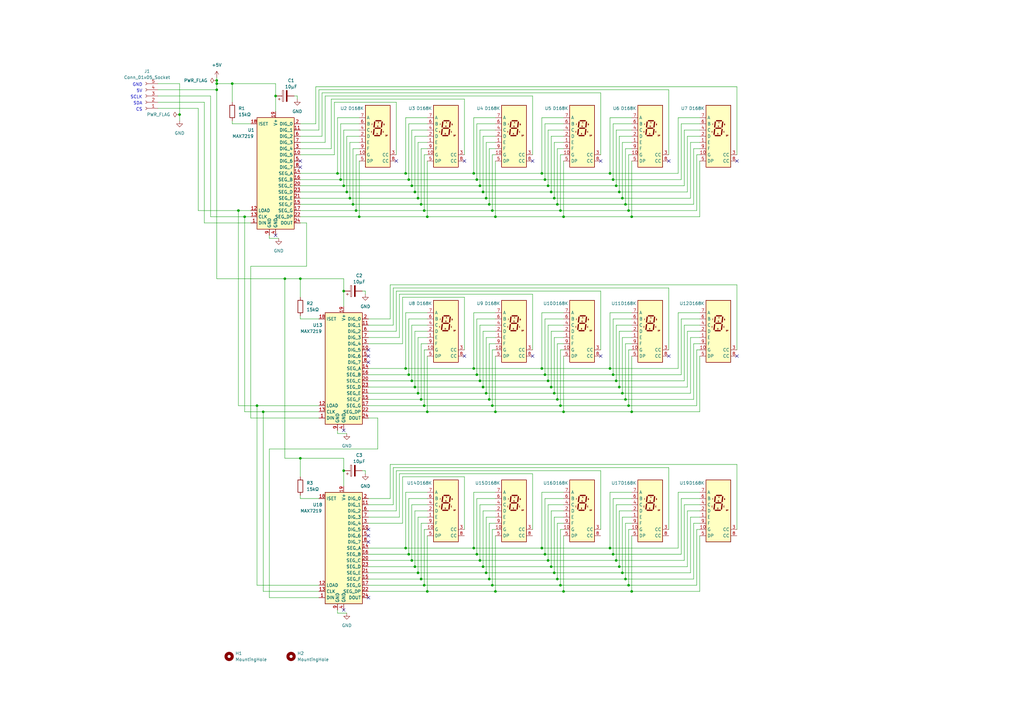
<source format=kicad_sch>
(kicad_sch (version 20230121) (generator eeschema)
  (paper "A3")
  (title_block (title "HTP!m CONTROL Numericals") (date "2023-10-08") (rev "1") (company "shawnd.xyz") (comment 2 "all the 7-segment displays and their data.") (comment 3 "The HTP!m CONTROL Numericals is a section of the HTP!m CONTROL display that handles"))
  (lib_symbols
    (symbol "Connector:Conn_01x05_Socket" (pin_names (offset 1.016) hide)
      (property "Reference" "J" (at 0 7.62 0))
      (property "Value" "Conn_01x05_Socket" (at 0 -7.62 0))
      (symbol "Conn_01x05_Socket_1_1"
        (pin passive line (at -5.08 5.08 0) (length 3.81) (name "Pin_1") (number "1"))
        (pin passive line (at -5.08 2.54 0) (length 3.81) (name "Pin_2") (number "2"))
        (pin passive line (at -5.08 0 0) (length 3.81) (name "Pin_3") (number "3"))
        (pin passive line (at -5.08 -2.54 0) (length 3.81) (name "Pin_4") (number "4"))
        (pin passive line (at -5.08 -5.08 0) (length 3.81) (name "Pin_5") (number "5"))
      )
    )
    (symbol "Device:C_Polarized" (pin_numbers hide) (pin_names (offset 0.254))
      (property "Reference" "C" (at 0.635 2.54 0))
      (property "Value" "C_Polarized" (at 0.635 -2.54 0))
      (symbol "C_Polarized_1_1"
        (pin passive line (at 0 3.81 270) (length 2.794) (name "~") (number "1"))
        (pin passive line (at 0 -3.81 90) (length 2.794) (name "~") (number "2"))
      )
    )
    (symbol "Device:R" (pin_numbers hide) (pin_names (offset 0))
      (property "Reference" "R" (at 2.032 0 90))
      (property "Value" "R" (at 0 0 90))
      (symbol "R_1_1"
        (pin passive line (at 0 3.81 270) (length 1.27) (name "~") (number "1"))
        (pin passive line (at 0 -3.81 90) (length 1.27) (name "~") (number "2"))
      )
    )
    (symbol "Display_Character:D168K"
      (property "Reference" "U" (at -2.54 13.97 0))
      (property "Value" "D168K" (at 1.27 13.97 0))
      (symbol "D168K_0_0"
        (text "A" (at 0.254 5.588 0) (effects (font (size 0.508 0.508))))
        (text "B" (at 2.54 4.826 0) (effects (font (size 0.508 0.508))))
        (text "C" (at 2.286 1.778 0) (effects (font (size 0.508 0.508))))
        (text "D" (at -0.254 1.016 0) (effects (font (size 0.508 0.508))))
        (text "DP" (at 3.556 0.254 0) (effects (font (size 0.508 0.508))))
        (text "E" (at -2.54 1.778 0) (effects (font (size 0.508 0.508))))
        (text "F" (at -2.286 4.826 0) (effects (font (size 0.508 0.508))))
        (text "G" (at 0 4.064 0) (effects (font (size 0.508 0.508))))
      )
      (symbol "D168K_1_1"
        (pin input line (at -7.62 -2.54 0) (length 2.54) (name "E") (number "1"))
        (pin input line (at -7.62 -7.62 0) (length 2.54) (name "G") (number "10"))
        (pin input line (at -7.62 0 0) (length 2.54) (name "D") (number "2"))
        (pin input line (at 7.62 -7.62 180) (length 2.54) (name "CC") (number "3"))
        (pin input line (at -7.62 2.54 0) (length 2.54) (name "C") (number "4"))
        (pin input line (at -7.62 -10.16 0) (length 2.54) (name "DP") (number "5"))
        (pin input line (at -7.62 5.08 0) (length 2.54) (name "B") (number "6"))
        (pin input line (at -7.62 7.62 0) (length 2.54) (name "A") (number "7"))
        (pin input line (at 7.62 -10.16 180) (length 2.54) (name "CC") (number "8"))
        (pin input line (at -7.62 -5.08 0) (length 2.54) (name "F") (number "9"))
      )
    )
    (symbol "Driver_LED:MAX7219"
      (property "Reference" "U18" (at -12.7 17.78 0))
      (property "Value" "MAX7219" (at -17.78 15.24 0))
      (symbol "MAX7219_1_1"
        (pin input line (at -10.16 -20.32 0) (length 2.54) (name "DIN") (number "1"))
        (pin output line (at 10.16 7.62 180) (length 2.54) (name "DIG_5") (number "10"))
        (pin output line (at 10.16 17.78 180) (length 2.54) (name "DIG_1") (number "11"))
        (pin input line (at -10.16 -15.24 0) (length 2.54) (name "LOAD") (number "12"))
        (pin input line (at -10.16 -17.78 0) (length 2.54) (name "CLK") (number "13"))
        (pin output line (at 10.16 0 180) (length 2.54) (name "SEG_A") (number "14"))
        (pin output line (at 10.16 -12.7 180) (length 2.54) (name "SEG_F") (number "15"))
        (pin output line (at 10.16 -2.54 180) (length 2.54) (name "SEG_B") (number "16"))
        (pin output line (at 10.16 -15.24 180) (length 2.54) (name "SEG_G") (number "17"))
        (pin input line (at -10.16 20.32 0) (length 2.54) (name "ISET") (number "18"))
        (pin power_in line (at 0 25.4 270) (length 2.54) (name "V+") (number "19"))
        (pin output line (at 10.16 20.32 180) (length 2.54) (name "DIG_0") (number "2"))
        (pin output line (at 10.16 -5.08 180) (length 2.54) (name "SEG_C") (number "20"))
        (pin output line (at 10.16 -10.16 180) (length 2.54) (name "SEG_E") (number "21"))
        (pin output line (at 10.16 -17.78 180) (length 2.54) (name "SEG_DP") (number "22"))
        (pin output line (at 10.16 -7.62 180) (length 2.54) (name "SEG_D") (number "23"))
        (pin output line (at 10.16 -20.32 180) (length 2.54) (name "DOUT") (number "24"))
        (pin output line (at 10.16 10.16 180) (length 2.54) (name "DIG_4") (number "3"))
        (pin power_in line (at 0 -25.4 90) (length 2.54) (name "GND") (number "4"))
        (pin output line (at 10.16 5.08 180) (length 2.54) (name "DIG_6") (number "5"))
        (pin output line (at 10.16 15.24 180) (length 2.54) (name "DIG_2") (number "6"))
        (pin output line (at 10.16 12.7 180) (length 2.54) (name "DIG_3") (number "7"))
        (pin output line (at 10.16 2.54 180) (length 2.54) (name "DIG_7") (number "8"))
        (pin passive line (at -2.54 -25.4 90) (length 2.54) (name "GND") (number "9"))
      )
    )
    (symbol "MAX7219_1"
      (property "Reference" "U1" (at -11.43 17.78 0))
      (property "Value" "MAX7219" (at -17.78 15.24 0))
      (symbol "MAX7219_1_1_1"
        (pin input line (at -10.16 -20.32 0) (length 2.54) (name "DIN") (number "1"))
        (pin output line (at 10.16 7.62 180) (length 2.54) (name "DIG_5") (number "10"))
        (pin output line (at 10.16 17.78 180) (length 2.54) (name "DIG_1") (number "11"))
        (pin input line (at -10.16 -15.24 0) (length 2.54) (name "LOAD") (number "12"))
        (pin input line (at -10.16 -17.78 0) (length 2.54) (name "CLK") (number "13"))
        (pin output line (at 10.16 0 180) (length 2.54) (name "SEG_A") (number "14"))
        (pin output line (at 10.16 -12.7 180) (length 2.54) (name "SEG_F") (number "15"))
        (pin output line (at 10.16 -2.54 180) (length 2.54) (name "SEG_B") (number "16"))
        (pin output line (at 10.16 -15.24 180) (length 2.54) (name "SEG_G") (number "17"))
        (pin input line (at -10.16 20.32 0) (length 2.54) (name "ISET") (number "18"))
        (pin power_in line (at 0 25.4 270) (length 2.54) (name "V+") (number "19"))
        (pin output line (at 10.16 20.32 180) (length 2.54) (name "DIG_0") (number "2"))
        (pin output line (at 10.16 -5.08 180) (length 2.54) (name "SEG_C") (number "20"))
        (pin output line (at 10.16 -10.16 180) (length 2.54) (name "SEG_E") (number "21"))
        (pin output line (at 10.16 -17.78 180) (length 2.54) (name "SEG_DP") (number "22"))
        (pin output line (at 10.16 -7.62 180) (length 2.54) (name "SEG_D") (number "23"))
        (pin output line (at 10.16 -20.32 180) (length 2.54) (name "DOUT") (number "24"))
        (pin output line (at 10.16 10.16 180) (length 2.54) (name "DIG_4") (number "3"))
        (pin power_in line (at 0 -25.4 90) (length 2.54) (name "GND") (number "4"))
        (pin output line (at 10.16 5.08 180) (length 2.54) (name "DIG_6") (number "5"))
        (pin output line (at 10.16 15.24 180) (length 2.54) (name "DIG_2") (number "6"))
        (pin output line (at 10.16 12.7 180) (length 2.54) (name "DIG_3") (number "7"))
        (pin output line (at 10.16 2.54 180) (length 2.54) (name "DIG_7") (number "8"))
        (pin passive line (at -2.54 -25.4 90) (length 2.54) (name "GND") (number "9"))
      )
    )
    (symbol "MAX7219_2"
      (property "Reference" "U13" (at -12.7 17.78 0))
      (property "Value" "MAX7219" (at -17.78 15.24 0))
      (symbol "MAX7219_2_1_1"
        (pin input line (at -10.16 -20.32 0) (length 2.54) (name "DIN") (number "1"))
        (pin output line (at 10.16 7.62 180) (length 2.54) (name "DIG_5") (number "10"))
        (pin output line (at 10.16 17.78 180) (length 2.54) (name "DIG_1") (number "11"))
        (pin input line (at -10.16 -15.24 0) (length 2.54) (name "LOAD") (number "12"))
        (pin input line (at -10.16 -17.78 0) (length 2.54) (name "CLK") (number "13"))
        (pin output line (at 10.16 0 180) (length 2.54) (name "SEG_A") (number "14"))
        (pin output line (at 10.16 -12.7 180) (length 2.54) (name "SEG_F") (number "15"))
        (pin output line (at 10.16 -2.54 180) (length 2.54) (name "SEG_B") (number "16"))
        (pin output line (at 10.16 -15.24 180) (length 2.54) (name "SEG_G") (number "17"))
        (pin input line (at -10.16 20.32 0) (length 2.54) (name "ISET") (number "18"))
        (pin power_in line (at 0 25.4 270) (length 2.54) (name "V+") (number "19"))
        (pin output line (at 10.16 20.32 180) (length 2.54) (name "DIG_0") (number "2"))
        (pin output line (at 10.16 -5.08 180) (length 2.54) (name "SEG_C") (number "20"))
        (pin output line (at 10.16 -10.16 180) (length 2.54) (name "SEG_E") (number "21"))
        (pin output line (at 10.16 -17.78 180) (length 2.54) (name "SEG_DP") (number "22"))
        (pin output line (at 10.16 -7.62 180) (length 2.54) (name "SEG_D") (number "23"))
        (pin output line (at 10.16 -20.32 180) (length 2.54) (name "DOUT") (number "24"))
        (pin output line (at 10.16 10.16 180) (length 2.54) (name "DIG_4") (number "3"))
        (pin power_in line (at 0 -25.4 90) (length 2.54) (name "GND") (number "4"))
        (pin output line (at 10.16 5.08 180) (length 2.54) (name "DIG_6") (number "5"))
        (pin output line (at 10.16 15.24 180) (length 2.54) (name "DIG_2") (number "6"))
        (pin output line (at 10.16 12.7 180) (length 2.54) (name "DIG_3") (number "7"))
        (pin output line (at 10.16 2.54 180) (length 2.54) (name "DIG_7") (number "8"))
        (pin passive line (at -2.54 -25.4 90) (length 2.54) (name "GND") (number "9"))
      )
    )
    (symbol "Mechanical:MountingHole" (pin_names (offset 1.016))
      (property "Reference" "H" (at 0 5.08 0))
      (property "Value" "MountingHole" (at 0 3.175 0))
    )
    (symbol "power:+5V" (power) (pin_names (offset 0))
      (property "Value" "+5V" (at 0 3.556 0))
      (symbol "+5V_1_1"
        (pin power_in line (at 0 0 90) (length 0) hide (name "+5V") (number "1"))
      )
    )
    (symbol "power:GND" (power) (pin_names (offset 0))
      (property "Value" "GND" (at 0 -3.81 0))
      (symbol "GND_1_1"
        (pin power_in line (at 0 0 270) (length 0) hide (name "GND") (number "1"))
      )
    )
    (symbol "power:PWR_FLAG" (power) (pin_numbers hide) (pin_names (offset 0) hide)
      (property "Value" "PWR_FLAG" (at 0 3.81 0))
      (symbol "PWR_FLAG_0_0"
        (pin power_out line (at 0 0 90) (length 0) (name "pwr") (number "1"))
      )
    )
  )
  (junction (at 195.58 73.66))
  (junction (at 167.64 227.33))
  (junction (at 231.14 168.91))
  (junction (at 228.6 237.49))
  (junction (at 257.81 166.37))
  (junction (at 140.97 119.38))
  (junction (at 259.08 242.57))
  (junction (at 175.26 168.91))
  (junction (at 224.79 76.2))
  (junction (at 105.41 166.37))
  (junction (at 250.19 71.12))
  (junction (at 107.95 168.91))
  (junction (at 250.19 151.13))
  (junction (at 194.31 71.12))
  (junction (at 199.39 234.95))
  (junction (at 113.03 39.37))
  (junction (at 172.72 163.83))
  (junction (at 203.2 88.9))
  (junction (at 116.84 114.3))
  (junction (at 168.91 156.21))
  (junction (at 171.45 234.95))
  (junction (at 140.97 193.04))
  (junction (at 259.08 168.91))
  (junction (at 139.7 73.66))
  (junction (at 229.87 240.03))
  (junction (at 196.85 156.21))
  (junction (at 123.19 114.3))
  (junction (at 143.51 81.28))
  (junction (at 259.08 88.9))
  (junction (at 229.87 166.37))
  (junction (at 173.99 240.03))
  (junction (at 173.99 166.37))
  (junction (at 203.2 168.91))
  (junction (at 147.32 88.9))
  (junction (at 224.79 156.21))
  (junction (at 228.6 83.82))
  (junction (at 224.79 229.87))
  (junction (at 257.81 240.03))
  (junction (at 203.2 242.57))
  (junction (at 166.37 151.13))
  (junction (at 168.91 229.87))
  (junction (at 198.12 232.41))
  (junction (at 231.14 242.57))
  (junction (at 227.33 161.29))
  (junction (at 252.73 229.87))
  (junction (at 199.39 81.28))
  (junction (at 226.06 158.75))
  (junction (at 198.12 78.74))
  (junction (at 88.9 34.29))
  (junction (at 140.97 76.2))
  (junction (at 123.19 187.96))
  (junction (at 167.64 73.66))
  (junction (at 138.43 71.12))
  (junction (at 223.52 153.67))
  (junction (at 251.46 227.33))
  (junction (at 173.99 86.36))
  (junction (at 256.54 163.83))
  (junction (at 222.25 151.13))
  (junction (at 251.46 73.66))
  (junction (at 222.25 224.79))
  (junction (at 195.58 227.33))
  (junction (at 200.66 237.49))
  (junction (at 255.27 234.95))
  (junction (at 254 78.74))
  (junction (at 223.52 227.33))
  (junction (at 252.73 156.21))
  (junction (at 250.19 224.79))
  (junction (at 168.91 76.2))
  (junction (at 201.93 166.37))
  (junction (at 100.33 88.9))
  (junction (at 88.9 33.02))
  (junction (at 172.72 237.49))
  (junction (at 171.45 161.29))
  (junction (at 73.66 46.99))
  (junction (at 201.93 86.36))
  (junction (at 142.24 78.74))
  (junction (at 195.58 153.67))
  (junction (at 171.45 81.28))
  (junction (at 175.26 88.9))
  (junction (at 199.39 161.29))
  (junction (at 251.46 153.67))
  (junction (at 166.37 71.12))
  (junction (at 97.79 86.36))
  (junction (at 172.72 83.82))
  (junction (at 226.06 232.41))
  (junction (at 170.18 232.41))
  (junction (at 231.14 88.9))
  (junction (at 254 232.41))
  (junction (at 167.64 153.67))
  (junction (at 166.37 224.79))
  (junction (at 228.6 163.83))
  (junction (at 146.05 86.36))
  (junction (at 222.25 71.12))
  (junction (at 229.87 86.36))
  (junction (at 196.85 76.2))
  (junction (at 194.31 224.79))
  (junction (at 196.85 229.87))
  (junction (at 256.54 83.82))
  (junction (at 255.27 161.29))
  (junction (at 255.27 81.28))
  (junction (at 170.18 158.75))
  (junction (at 227.33 234.95))
  (junction (at 88.9 36.83))
  (junction (at 252.73 76.2))
  (junction (at 200.66 163.83))
  (junction (at 198.12 158.75))
  (junction (at 226.06 78.74))
  (junction (at 227.33 81.28))
  (junction (at 95.25 34.29))
  (junction (at 256.54 237.49))
  (junction (at 175.26 242.57))
  (junction (at 223.52 73.66))
  (junction (at 201.93 240.03))
  (junction (at 144.78 83.82))
  (junction (at 257.81 86.36))
  (junction (at 254 158.75))
  (junction (at 194.31 151.13))
  (junction (at 200.66 83.82))
  (junction (at 170.18 78.74))
  (no_connect (at 151.13 217.17))
  (no_connect (at 123.19 66.04))
  (no_connect (at 162.56 66.04))
  (no_connect (at 151.13 146.05))
  (no_connect (at 246.38 146.05))
  (no_connect (at 218.44 146.05))
  (no_connect (at 218.44 66.04))
  (no_connect (at 274.32 66.04))
  (no_connect (at 140.97 176.53))
  (no_connect (at 190.5 146.05))
  (no_connect (at 302.26 146.05))
  (no_connect (at 123.19 68.58))
  (no_connect (at 113.03 96.52))
  (no_connect (at 274.32 146.05))
  (no_connect (at 190.5 66.04))
  (no_connect (at 151.13 222.25))
  (no_connect (at 151.13 219.71))
  (no_connect (at 151.13 143.51))
  (no_connect (at 302.26 66.04))
  (no_connect (at 151.13 148.59))
  (no_connect (at 140.97 250.19))
  (no_connect (at 246.38 66.04))
  (no_connect (at 151.13 245.11))
  (wire (pts (xy 250.19 71.12) (xy 222.25 71.12)))
  (wire (pts (xy 165.1 195.58) (xy 165.1 214.63)))
  (wire (pts (xy 287.02 63.5) (xy 285.75 63.5)))
  (wire (pts (xy 149.86 119.38) (xy 149.86 120.65)))
  (wire (pts (xy 250.19 224.79) (xy 222.25 224.79)))
  (wire (pts (xy 228.6 237.49) (xy 200.66 237.49)))
  (wire (pts (xy 302.26 143.51) (xy 302.26 116.84)))
  (wire (pts (xy 203.2 204.47) (xy 195.58 204.47)))
  (wire (pts (xy 140.97 76.2) (xy 123.19 76.2)))
  (wire (pts (xy 167.64 153.67) (xy 151.13 153.67)))
  (wire (pts (xy 175.26 168.91) (xy 151.13 168.91)))
  (wire (pts (xy 254 232.41) (xy 281.94 232.41)))
  (wire (pts (xy 222.25 128.27) (xy 222.25 151.13)))
  (wire (pts (xy 229.87 86.36) (xy 201.93 86.36)))
  (wire (pts (xy 201.93 86.36) (xy 173.99 86.36)))
  (wire (pts (xy 278.13 128.27) (xy 278.13 151.13)))
  (wire (pts (xy 163.83 138.43) (xy 151.13 138.43)))
  (wire (pts (xy 224.79 53.34) (xy 224.79 76.2)))
  (wire (pts (xy 231.14 217.17) (xy 229.87 217.17)))
  (wire (pts (xy 231.14 88.9) (xy 203.2 88.9)))
  (wire (pts (xy 95.25 50.8) (xy 102.87 50.8)))
  (wire (pts (xy 160.02 116.84) (xy 160.02 130.81)))
  (wire (pts (xy 97.79 166.37) (xy 105.41 166.37)))
  (wire (pts (xy 231.14 140.97) (xy 228.6 140.97)))
  (wire (pts (xy 250.19 151.13) (xy 222.25 151.13)))
  (wire (pts (xy 148.59 119.38) (xy 149.86 119.38)))
  (wire (pts (xy 203.2 212.09) (xy 199.39 212.09)))
  (wire (pts (xy 125.73 109.22) (xy 102.87 109.22)))
  (wire (pts (xy 95.25 34.29) (xy 95.25 41.91)))
  (wire (pts (xy 254 209.55) (xy 254 232.41)))
  (wire (pts (xy 161.29 207.01) (xy 151.13 207.01)))
  (wire (pts (xy 175.26 146.05) (xy 175.26 168.91)))
  (wire (pts (xy 175.26 219.71) (xy 175.26 242.57)))
  (wire (pts (xy 278.13 201.93) (xy 278.13 224.79)))
  (wire (pts (xy 171.45 58.42) (xy 171.45 81.28)))
  (wire (pts (xy 160.02 204.47) (xy 151.13 204.47)))
  (wire (pts (xy 100.33 168.91) (xy 107.95 168.91)))
  (wire (pts (xy 281.94 135.89) (xy 281.94 158.75)))
  (wire (pts (xy 196.85 207.01) (xy 196.85 229.87)))
  (wire (pts (xy 120.65 39.37) (xy 121.92 39.37)))
  (wire (pts (xy 135.89 40.64) (xy 135.89 60.96)))
  (wire (pts (xy 256.54 60.96) (xy 256.54 83.82)))
  (wire (pts (xy 246.38 143.51) (xy 246.38 119.38)))
  (wire (pts (xy 231.14 53.34) (xy 224.79 53.34)))
  (wire (pts (xy 284.48 214.63) (xy 284.48 237.49)))
  (wire (pts (xy 140.97 199.39) (xy 140.97 193.04)))
  (wire (pts (xy 224.79 133.35) (xy 224.79 156.21)))
  (wire (pts (xy 254 135.89) (xy 254 158.75)))
  (wire (pts (xy 222.25 201.93) (xy 222.25 224.79)))
  (wire (pts (xy 259.08 133.35) (xy 252.73 133.35)))
  (wire (pts (xy 255.27 234.95) (xy 227.33 234.95)))
  (wire (pts (xy 259.08 130.81) (xy 251.46 130.81)))
  (wire (pts (xy 224.79 76.2) (xy 196.85 76.2)))
  (wire (pts (xy 274.32 217.17) (xy 274.32 191.77)))
  (wire (pts (xy 274.32 118.11) (xy 161.29 118.11)))
  (wire (pts (xy 284.48 163.83) (xy 256.54 163.83)))
  (wire (pts (xy 231.14 201.93) (xy 222.25 201.93)))
  (wire (pts (xy 148.59 193.04) (xy 149.86 193.04)))
  (wire (pts (xy 199.39 81.28) (xy 171.45 81.28)))
  (wire (pts (xy 259.08 214.63) (xy 256.54 214.63)))
  (wire (pts (xy 259.08 128.27) (xy 250.19 128.27)))
  (wire (pts (xy 227.33 138.43) (xy 227.33 161.29)))
  (wire (pts (xy 227.33 234.95) (xy 199.39 234.95)))
  (wire (pts (xy 147.32 60.96) (xy 144.78 60.96)))
  (wire (pts (xy 194.31 48.26) (xy 194.31 71.12)))
  (wire (pts (xy 110.49 184.15) (xy 154.94 184.15)))
  (wire (pts (xy 86.36 39.37) (xy 86.36 88.9)))
  (wire (pts (xy 64.77 44.45) (xy 81.28 44.45)))
  (wire (pts (xy 102.87 109.22) (xy 102.87 171.45)))
  (wire (pts (xy 228.6 140.97) (xy 228.6 163.83)))
  (wire (pts (xy 281.94 209.55) (xy 281.94 232.41)))
  (wire (pts (xy 251.46 153.67) (xy 223.52 153.67)))
  (wire (pts (xy 223.52 50.8) (xy 223.52 73.66)))
  (wire (pts (xy 259.08 146.05) (xy 259.08 168.91)))
  (wire (pts (xy 175.26 50.8) (xy 167.64 50.8)))
  (wire (pts (xy 246.38 217.17) (xy 246.38 193.04)))
  (wire (pts (xy 224.79 229.87) (xy 196.85 229.87)))
  (wire (pts (xy 283.21 212.09) (xy 283.21 234.95)))
  (wire (pts (xy 175.26 214.63) (xy 172.72 214.63)))
  (wire (pts (xy 142.24 177.8) (xy 138.43 177.8)))
  (wire (pts (xy 203.2 60.96) (xy 200.66 60.96)))
  (wire (pts (xy 129.54 50.8) (xy 123.19 50.8)))
  (wire (pts (xy 203.2 128.27) (xy 194.31 128.27)))
  (wire (pts (xy 175.26 140.97) (xy 172.72 140.97)))
  (wire (pts (xy 166.37 224.79) (xy 151.13 224.79)))
  (wire (pts (xy 278.13 71.12) (xy 250.19 71.12)))
  (wire (pts (xy 199.39 58.42) (xy 199.39 81.28)))
  (wire (pts (xy 231.14 209.55) (xy 226.06 209.55)))
  (wire (pts (xy 287.02 128.27) (xy 278.13 128.27)))
  (wire (pts (xy 227.33 58.42) (xy 227.33 81.28)))
  (wire (pts (xy 172.72 237.49) (xy 151.13 237.49)))
  (wire (pts (xy 257.81 63.5) (xy 257.81 86.36)))
  (wire (pts (xy 227.33 81.28) (xy 199.39 81.28)))
  (wire (pts (xy 302.26 63.5) (xy 302.26 35.56)))
  (wire (pts (xy 229.87 240.03) (xy 201.93 240.03)))
  (wire (pts (xy 287.02 66.04) (xy 287.02 88.9)))
  (wire (pts (xy 88.9 31.75) (xy 88.9 33.02)))
  (wire (pts (xy 116.84 114.3) (xy 123.19 114.3)))
  (wire (pts (xy 162.56 209.55) (xy 151.13 209.55)))
  (wire (pts (xy 256.54 140.97) (xy 256.54 163.83)))
  (wire (pts (xy 175.26 217.17) (xy 173.99 217.17)))
  (wire (pts (xy 140.97 119.38) (xy 140.97 114.3)))
  (wire (pts (xy 113.03 39.37) (xy 113.03 34.29)))
  (wire (pts (xy 203.2 135.89) (xy 198.12 135.89)))
  (wire (pts (xy 64.77 36.83) (xy 88.9 36.83)))
  (wire (pts (xy 284.48 83.82) (xy 256.54 83.82)))
  (wire (pts (xy 123.19 203.2) (xy 123.19 204.47)))
  (wire (pts (xy 163.83 212.09) (xy 151.13 212.09)))
  (wire (pts (xy 161.29 191.77) (xy 161.29 207.01)))
  (wire (pts (xy 114.3 97.79) (xy 110.49 97.79)))
  (wire (pts (xy 173.99 86.36) (xy 146.05 86.36)))
  (wire (pts (xy 287.02 214.63) (xy 284.48 214.63)))
  (wire (pts (xy 163.83 120.65) (xy 163.83 138.43)))
  (wire (pts (xy 146.05 63.5) (xy 146.05 86.36)))
  (wire (pts (xy 254 158.75) (xy 281.94 158.75)))
  (wire (pts (xy 172.72 163.83) (xy 151.13 163.83)))
  (wire (pts (xy 223.52 204.47) (xy 223.52 227.33)))
  (wire (pts (xy 175.26 138.43) (xy 171.45 138.43)))
  (wire (pts (xy 95.25 49.53) (xy 95.25 50.8)))
  (wire (pts (xy 257.81 86.36) (xy 229.87 86.36)))
  (wire (pts (xy 274.32 63.5) (xy 274.32 36.83)))
  (wire (pts (xy 259.08 143.51) (xy 257.81 143.51)))
  (wire (pts (xy 172.72 83.82) (xy 144.78 83.82)))
  (wire (pts (xy 64.77 39.37) (xy 86.36 39.37)))
  (wire (pts (xy 287.02 135.89) (xy 281.94 135.89)))
  (wire (pts (xy 147.32 58.42) (xy 143.51 58.42)))
  (wire (pts (xy 162.56 41.91) (xy 137.16 41.91)))
  (wire (pts (xy 162.56 119.38) (xy 162.56 135.89)))
  (wire (pts (xy 222.25 48.26) (xy 222.25 71.12)))
  (wire (pts (xy 199.39 161.29) (xy 171.45 161.29)))
  (wire (pts (xy 287.02 138.43) (xy 283.21 138.43)))
  (wire (pts (xy 259.08 55.88) (xy 254 55.88)))
  (wire (pts (xy 102.87 171.45) (xy 130.81 171.45)))
  (wire (pts (xy 231.14 63.5) (xy 229.87 63.5)))
  (wire (pts (xy 116.84 187.96) (xy 123.19 187.96)))
  (wire (pts (xy 167.64 204.47) (xy 167.64 227.33)))
  (wire (pts (xy 64.77 41.91) (xy 83.82 41.91)))
  (wire (pts (xy 137.16 41.91) (xy 137.16 63.5)))
  (wire (pts (xy 274.32 36.83) (xy 130.81 36.83)))
  (wire (pts (xy 251.46 73.66) (xy 279.4 73.66)))
  (wire (pts (xy 256.54 214.63) (xy 256.54 237.49)))
  (wire (pts (xy 280.67 156.21) (xy 252.73 156.21)))
  (wire (pts (xy 226.06 158.75) (xy 254 158.75)))
  (wire (pts (xy 190.5 217.17) (xy 190.5 195.58)))
  (wire (pts (xy 123.19 129.54) (xy 123.19 130.81)))
  (wire (pts (xy 97.79 86.36) (xy 97.79 166.37)))
  (wire (pts (xy 113.03 45.72) (xy 113.03 39.37)))
  (wire (pts (xy 252.73 76.2) (xy 224.79 76.2)))
  (wire (pts (xy 175.26 143.51) (xy 173.99 143.51)))
  (wire (pts (xy 287.02 201.93) (xy 278.13 201.93)))
  (wire (pts (xy 200.66 140.97) (xy 200.66 163.83)))
  (wire (pts (xy 195.58 130.81) (xy 195.58 153.67)))
  (wire (pts (xy 231.14 212.09) (xy 227.33 212.09)))
  (wire (pts (xy 88.9 34.29) (xy 88.9 36.83)))
  (wire (pts (xy 287.02 88.9) (xy 259.08 88.9)))
  (wire (pts (xy 259.08 217.17) (xy 257.81 217.17)))
  (wire (pts (xy 121.92 39.37) (xy 121.92 40.64)))
  (wire (pts (xy 203.2 219.71) (xy 203.2 242.57)))
  (wire (pts (xy 168.91 76.2) (xy 140.97 76.2)))
  (wire (pts (xy 255.27 212.09) (xy 255.27 234.95)))
  (wire (pts (xy 226.06 232.41) (xy 254 232.41)))
  (wire (pts (xy 281.94 55.88) (xy 281.94 78.74)))
  (wire (pts (xy 195.58 204.47) (xy 195.58 227.33)))
  (wire (pts (xy 218.44 63.5) (xy 218.44 39.37)))
  (wire (pts (xy 166.37 201.93) (xy 166.37 224.79)))
  (wire (pts (xy 175.26 204.47) (xy 167.64 204.47)))
  (wire (pts (xy 107.95 168.91) (xy 130.81 168.91)))
  (wire (pts (xy 203.2 168.91) (xy 175.26 168.91)))
  (wire (pts (xy 130.81 245.11) (xy 110.49 245.11)))
  (wire (pts (xy 167.64 50.8) (xy 167.64 73.66)))
  (wire (pts (xy 198.12 209.55) (xy 198.12 232.41)))
  (wire (pts (xy 175.26 55.88) (xy 170.18 55.88)))
  (wire (pts (xy 162.56 193.04) (xy 162.56 209.55)))
  (wire (pts (xy 170.18 135.89) (xy 170.18 158.75)))
  (wire (pts (xy 231.14 66.04) (xy 231.14 88.9)))
  (wire (pts (xy 199.39 212.09) (xy 199.39 234.95)))
  (wire (pts (xy 280.67 53.34) (xy 280.67 76.2)))
  (wire (pts (xy 287.02 212.09) (xy 283.21 212.09)))
  (wire (pts (xy 138.43 251.46) (xy 138.43 250.19)))
  (wire (pts (xy 147.32 88.9) (xy 123.19 88.9)))
  (wire (pts (xy 168.91 156.21) (xy 151.13 156.21)))
  (wire (pts (xy 154.94 171.45) (xy 151.13 171.45)))
  (wire (pts (xy 203.2 130.81) (xy 195.58 130.81)))
  (wire (pts (xy 279.4 153.67) (xy 251.46 153.67)))
  (wire (pts (xy 227.33 212.09) (xy 227.33 234.95)))
  (wire (pts (xy 285.75 240.03) (xy 257.81 240.03)))
  (wire (pts (xy 142.24 251.46) (xy 138.43 251.46)))
  (wire (pts (xy 165.1 140.97) (xy 151.13 140.97)))
  (wire (pts (xy 170.18 209.55) (xy 170.18 232.41)))
  (wire (pts (xy 229.87 143.51) (xy 229.87 166.37)))
  (wire (pts (xy 123.19 114.3) (xy 123.19 121.92)))
  (wire (pts (xy 175.26 88.9) (xy 147.32 88.9)))
  (wire (pts (xy 226.06 135.89) (xy 226.06 158.75)))
  (wire (pts (xy 284.48 237.49) (xy 256.54 237.49)))
  (wire (pts (xy 173.99 143.51) (xy 173.99 166.37)))
  (wire (pts (xy 161.29 133.35) (xy 151.13 133.35)))
  (wire (pts (xy 165.1 121.92) (xy 165.1 140.97)))
  (wire (pts (xy 259.08 212.09) (xy 255.27 212.09)))
  (wire (pts (xy 229.87 166.37) (xy 201.93 166.37)))
  (wire (pts (xy 285.75 86.36) (xy 257.81 86.36)))
  (wire (pts (xy 173.99 63.5) (xy 173.99 86.36)))
  (wire (pts (xy 170.18 78.74) (xy 142.24 78.74)))
  (wire (pts (xy 218.44 39.37) (xy 133.35 39.37)))
  (wire (pts (xy 287.02 60.96) (xy 284.48 60.96)))
  (wire (pts (xy 259.08 135.89) (xy 254 135.89)))
  (wire (pts (xy 280.67 229.87) (xy 252.73 229.87)))
  (wire (pts (xy 223.52 73.66) (xy 251.46 73.66)))
  (wire (pts (xy 285.75 143.51) (xy 285.75 166.37)))
  (wire (pts (xy 81.28 86.36) (xy 97.79 86.36)))
  (wire (pts (xy 171.45 212.09) (xy 171.45 234.95)))
  (wire (pts (xy 203.2 133.35) (xy 196.85 133.35)))
  (wire (pts (xy 196.85 76.2) (xy 168.91 76.2)))
  (wire (pts (xy 283.21 138.43) (xy 283.21 161.29)))
  (wire (pts (xy 175.26 212.09) (xy 171.45 212.09)))
  (wire (pts (xy 175.26 207.01) (xy 168.91 207.01)))
  (wire (pts (xy 190.5 63.5) (xy 190.5 40.64)))
  (wire (pts (xy 133.35 58.42) (xy 123.19 58.42)))
  (wire (pts (xy 168.91 229.87) (xy 151.13 229.87)))
  (wire (pts (xy 200.66 60.96) (xy 200.66 83.82)))
  (wire (pts (xy 218.44 143.51) (xy 218.44 120.65)))
  (wire (pts (xy 196.85 156.21) (xy 168.91 156.21)))
  (wire (pts (xy 175.26 133.35) (xy 168.91 133.35)))
  (wire (pts (xy 166.37 71.12) (xy 138.43 71.12)))
  (wire (pts (xy 167.64 227.33) (xy 151.13 227.33)))
  (wire (pts (xy 175.26 209.55) (xy 170.18 209.55)))
  (wire (pts (xy 257.81 217.17) (xy 257.81 240.03)))
  (wire (pts (xy 143.51 58.42) (xy 143.51 81.28)))
  (wire (pts (xy 287.02 53.34) (xy 280.67 53.34)))
  (wire (pts (xy 222.25 71.12) (xy 194.31 71.12)))
  (wire (pts (xy 147.32 63.5) (xy 146.05 63.5)))
  (wire (pts (xy 196.85 53.34) (xy 196.85 76.2)))
  (wire (pts (xy 198.12 55.88) (xy 198.12 78.74)))
  (wire (pts (xy 138.43 177.8) (xy 138.43 176.53)))
  (wire (pts (xy 175.26 66.04) (xy 175.26 88.9)))
  (wire (pts (xy 147.32 66.04) (xy 147.32 88.9)))
  (wire (pts (xy 86.36 88.9) (xy 100.33 88.9)))
  (wire (pts (xy 105.41 166.37) (xy 105.41 240.03)))
  (wire (pts (xy 287.02 133.35) (xy 280.67 133.35)))
  (wire (pts (xy 132.08 55.88) (xy 123.19 55.88)))
  (wire (pts (xy 203.2 140.97) (xy 200.66 140.97)))
  (wire (pts (xy 255.27 138.43) (xy 255.27 161.29)))
  (wire (pts (xy 105.41 166.37) (xy 130.81 166.37)))
  (wire (pts (xy 201.93 217.17) (xy 201.93 240.03)))
  (wire (pts (xy 203.2 63.5) (xy 201.93 63.5)))
  (wire (pts (xy 147.32 48.26) (xy 138.43 48.26)))
  (wire (pts (xy 252.73 229.87) (xy 224.79 229.87)))
  (wire (pts (xy 171.45 138.43) (xy 171.45 161.29)))
  (wire (pts (xy 173.99 217.17) (xy 173.99 240.03)))
  (wire (pts (xy 287.02 50.8) (xy 279.4 50.8)))
  (wire (pts (xy 200.66 163.83) (xy 172.72 163.83)))
  (wire (pts (xy 162.56 135.89) (xy 151.13 135.89)))
  (wire (pts (xy 171.45 234.95) (xy 151.13 234.95)))
  (wire (pts (xy 231.14 168.91) (xy 203.2 168.91)))
  (wire (pts (xy 287.02 242.57) (xy 259.08 242.57)))
  (wire (pts (xy 175.26 63.5) (xy 173.99 63.5)))
  (wire (pts (xy 173.99 166.37) (xy 151.13 166.37)))
  (wire (pts (xy 140.97 187.96) (xy 123.19 187.96)))
  (wire (pts (xy 107.95 242.57) (xy 107.95 168.91)))
  (wire (pts (xy 231.14 143.51) (xy 229.87 143.51)))
  (wire (pts (xy 175.26 130.81) (xy 167.64 130.81)))
  (wire (pts (xy 252.73 53.34) (xy 252.73 76.2)))
  (wire (pts (xy 302.26 116.84) (xy 160.02 116.84)))
  (wire (pts (xy 200.66 83.82) (xy 172.72 83.82)))
  (wire (pts (xy 123.19 187.96) (xy 123.19 195.58)))
  (wire (pts (xy 259.08 88.9) (xy 231.14 88.9)))
  (wire (pts (xy 231.14 138.43) (xy 227.33 138.43)))
  (wire (pts (xy 146.05 86.36) (xy 123.19 86.36)))
  (wire (pts (xy 259.08 60.96) (xy 256.54 60.96)))
  (wire (pts (xy 203.2 53.34) (xy 196.85 53.34)))
  (wire (pts (xy 226.06 158.75) (xy 198.12 158.75)))
  (wire (pts (xy 163.83 194.31) (xy 163.83 212.09)))
  (wire (pts (xy 252.73 207.01) (xy 252.73 229.87)))
  (wire (pts (xy 223.52 130.81) (xy 223.52 153.67)))
  (wire (pts (xy 194.31 151.13) (xy 166.37 151.13)))
  (wire (pts (xy 231.14 135.89) (xy 226.06 135.89)))
  (wire (pts (xy 274.32 191.77) (xy 161.29 191.77)))
  (wire (pts (xy 231.14 219.71) (xy 231.14 242.57)))
  (wire (pts (xy 73.66 34.29) (xy 73.66 46.99)))
  (wire (pts (xy 160.02 190.5) (xy 160.02 204.47)))
  (wire (pts (xy 231.14 128.27) (xy 222.25 128.27)))
  (wire (pts (xy 218.44 120.65) (xy 163.83 120.65)))
  (wire (pts (xy 226.06 232.41) (xy 198.12 232.41)))
  (wire (pts (xy 259.08 63.5) (xy 257.81 63.5)))
  (wire (pts (xy 279.4 130.81) (xy 279.4 153.67)))
  (wire (pts (xy 203.2 217.17) (xy 201.93 217.17)))
  (wire (pts (xy 198.12 158.75) (xy 170.18 158.75)))
  (wire (pts (xy 175.26 60.96) (xy 172.72 60.96)))
  (wire (pts (xy 201.93 63.5) (xy 201.93 86.36)))
  (wire (pts (xy 199.39 234.95) (xy 171.45 234.95)))
  (wire (pts (xy 170.18 232.41) (xy 151.13 232.41)))
  (wire (pts (xy 88.9 36.83) (xy 88.9 114.3)))
  (wire (pts (xy 130.81 240.03) (xy 105.41 240.03)))
  (wire (pts (xy 198.12 232.41) (xy 170.18 232.41)))
  (wire (pts (xy 199.39 138.43) (xy 199.39 161.29)))
  (wire (pts (xy 285.75 63.5) (xy 285.75 86.36)))
  (wire (pts (xy 228.6 83.82) (xy 200.66 83.82)))
  (wire (pts (xy 287.02 48.26) (xy 278.13 48.26)))
  (wire (pts (xy 224.79 207.01) (xy 224.79 229.87)))
  (wire (pts (xy 130.81 53.34) (xy 123.19 53.34)))
  (wire (pts (xy 190.5 195.58) (xy 165.1 195.58)))
  (wire (pts (xy 198.12 78.74) (xy 226.06 78.74)))
  (wire (pts (xy 160.02 130.81) (xy 151.13 130.81)))
  (wire (pts (xy 259.08 50.8) (xy 251.46 50.8)))
  (wire (pts (xy 83.82 91.44) (xy 102.87 91.44)))
  (wire (pts (xy 102.87 86.36) (xy 97.79 86.36)))
  (wire (pts (xy 132.08 38.1) (xy 132.08 55.88)))
  (wire (pts (xy 287.02 130.81) (xy 279.4 130.81)))
  (wire (pts (xy 203.2 138.43) (xy 199.39 138.43)))
  (wire (pts (xy 231.14 214.63) (xy 228.6 214.63)))
  (wire (pts (xy 123.19 91.44) (xy 125.73 91.44)))
  (wire (pts (xy 203.2 48.26) (xy 194.31 48.26)))
  (wire (pts (xy 259.08 138.43) (xy 255.27 138.43)))
  (wire (pts (xy 175.26 128.27) (xy 166.37 128.27)))
  (wire (pts (xy 287.02 143.51) (xy 285.75 143.51)))
  (wire (pts (xy 116.84 114.3) (xy 116.84 187.96)))
  (wire (pts (xy 175.26 135.89) (xy 170.18 135.89)))
  (wire (pts (xy 95.25 34.29) (xy 88.9 34.29)))
  (wire (pts (xy 139.7 50.8) (xy 139.7 73.66)))
  (wire (pts (xy 139.7 73.66) (xy 123.19 73.66)))
  (wire (pts (xy 203.2 242.57) (xy 175.26 242.57)))
  (wire (pts (xy 278.13 224.79) (xy 250.19 224.79)))
  (wire (pts (xy 246.38 38.1) (xy 132.08 38.1)))
  (wire (pts (xy 279.4 50.8) (xy 279.4 73.66)))
  (wire (pts (xy 147.32 53.34) (xy 140.97 53.34)))
  (wire (pts (xy 203.2 58.42) (xy 199.39 58.42)))
  (wire (pts (xy 231.14 60.96) (xy 228.6 60.96)))
  (wire (pts (xy 287.02 146.05) (xy 287.02 168.91)))
  (wire (pts (xy 246.38 119.38) (xy 162.56 119.38)))
  (wire (pts (xy 259.08 207.01) (xy 252.73 207.01)))
  (wire (pts (xy 283.21 161.29) (xy 255.27 161.29)))
  (wire (pts (xy 259.08 66.04) (xy 259.08 88.9)))
  (wire (pts (xy 226.06 209.55) (xy 226.06 232.41)))
  (wire (pts (xy 201.93 240.03) (xy 173.99 240.03)))
  (wire (pts (xy 287.02 219.71) (xy 287.02 242.57)))
  (wire (pts (xy 102.87 88.9) (xy 100.33 88.9)))
  (wire (pts (xy 195.58 153.67) (xy 167.64 153.67)))
  (wire (pts (xy 190.5 121.92) (xy 165.1 121.92)))
  (wire (pts (xy 279.4 227.33) (xy 251.46 227.33)))
  (wire (pts (xy 203.2 201.93) (xy 194.31 201.93)))
  (wire (pts (xy 283.21 58.42) (xy 283.21 81.28)))
  (wire (pts (xy 228.6 60.96) (xy 228.6 83.82)))
  (wire (pts (xy 194.31 128.27) (xy 194.31 151.13)))
  (wire (pts (xy 257.81 240.03) (xy 229.87 240.03)))
  (wire (pts (xy 64.77 34.29) (xy 73.66 34.29)))
  (wire (pts (xy 123.19 130.81) (xy 130.81 130.81)))
  (wire (pts (xy 137.16 63.5) (xy 123.19 63.5)))
  (wire (pts (xy 200.66 237.49) (xy 172.72 237.49)))
  (wire (pts (xy 259.08 53.34) (xy 252.73 53.34)))
  (wire (pts (xy 194.31 224.79) (xy 166.37 224.79)))
  (wire (pts (xy 231.14 130.81) (xy 223.52 130.81)))
  (wire (pts (xy 278.13 48.26) (xy 278.13 71.12)))
  (wire (pts (xy 251.46 50.8) (xy 251.46 73.66)))
  (wire (pts (xy 231.14 48.26) (xy 222.25 48.26)))
  (wire (pts (xy 250.19 128.27) (xy 250.19 151.13)))
  (wire (pts (xy 198.12 78.74) (xy 170.18 78.74)))
  (wire (pts (xy 252.73 133.35) (xy 252.73 156.21)))
  (wire (pts (xy 161.29 118.11) (xy 161.29 133.35)))
  (wire (pts (xy 280.67 207.01) (xy 280.67 229.87)))
  (wire (pts (xy 280.67 133.35) (xy 280.67 156.21)))
  (wire (pts (xy 203.2 209.55) (xy 198.12 209.55)))
  (wire (pts (xy 130.81 36.83) (xy 130.81 53.34)))
  (wire (pts (xy 256.54 237.49) (xy 228.6 237.49)))
  (wire (pts (xy 203.2 146.05) (xy 203.2 168.91)))
  (wire (pts (xy 172.72 140.97) (xy 172.72 163.83)))
  (wire (pts (xy 255.27 81.28) (xy 227.33 81.28)))
  (wire (pts (xy 246.38 63.5) (xy 246.38 38.1)))
  (wire (pts (xy 166.37 128.27) (xy 166.37 151.13)))
  (wire (pts (xy 168.91 53.34) (xy 168.91 76.2)))
  (wire (pts (xy 201.93 166.37) (xy 173.99 166.37)))
  (wire (pts (xy 166.37 151.13) (xy 151.13 151.13)))
  (wire (pts (xy 198.12 135.89) (xy 198.12 158.75)))
  (wire (pts (xy 284.48 60.96) (xy 284.48 83.82)))
  (wire (pts (xy 194.31 201.93) (xy 194.31 224.79)))
  (wire (pts (xy 110.49 245.11) (xy 110.49 184.15)))
  (wire (pts (xy 129.54 35.56) (xy 129.54 50.8)))
  (wire (pts (xy 287.02 55.88) (xy 281.94 55.88)))
  (wire (pts (xy 231.14 58.42) (xy 227.33 58.42)))
  (wire (pts (xy 195.58 73.66) (xy 167.64 73.66)))
  (wire (pts (xy 190.5 143.51) (xy 190.5 121.92)))
  (wire (pts (xy 231.14 50.8) (xy 223.52 50.8)))
  (wire (pts (xy 231.14 204.47) (xy 223.52 204.47)))
  (wire (pts (xy 223.52 153.67) (xy 195.58 153.67)))
  (wire (pts (xy 203.2 207.01) (xy 196.85 207.01)))
  (wire (pts (xy 259.08 168.91) (xy 231.14 168.91)))
  (wire (pts (xy 203.2 66.04) (xy 203.2 88.9)))
  (wire (pts (xy 254 55.88) (xy 254 78.74)))
  (wire (pts (xy 125.73 91.44) (xy 125.73 109.22)))
  (wire (pts (xy 83.82 41.91) (xy 83.82 91.44)))
  (wire (pts (xy 279.4 204.47) (xy 279.4 227.33)))
  (wire (pts (xy 287.02 58.42) (xy 283.21 58.42)))
  (wire (pts (xy 259.08 58.42) (xy 255.27 58.42)))
  (wire (pts (xy 140.97 114.3) (xy 123.19 114.3)))
  (wire (pts (xy 133.35 39.37) (xy 133.35 58.42)))
  (wire (pts (xy 142.24 78.74) (xy 123.19 78.74)))
  (wire (pts (xy 123.19 204.47) (xy 130.81 204.47)))
  (wire (pts (xy 113.03 34.29) (xy 95.25 34.29)))
  (wire (pts (xy 252.73 156.21) (xy 224.79 156.21)))
  (wire (pts (xy 259.08 209.55) (xy 254 209.55)))
  (wire (pts (xy 165.1 214.63) (xy 151.13 214.63)))
  (wire (pts (xy 196.85 229.87) (xy 168.91 229.87)))
  (wire (pts (xy 167.64 73.66) (xy 139.7 73.66)))
  (wire (pts (xy 73.66 46.99) (xy 73.66 49.53)))
  (wire (pts (xy 256.54 83.82) (xy 228.6 83.82)))
  (wire (pts (xy 110.49 97.79) (xy 110.49 96.52)))
  (wire (pts (xy 257.81 143.51) (xy 257.81 166.37)))
  (wire (pts (xy 218.44 194.31) (xy 163.83 194.31)))
  (wire (pts (xy 231.14 242.57) (xy 203.2 242.57)))
  (wire (pts (xy 140.97 53.34) (xy 140.97 76.2)))
  (wire (pts (xy 203.2 50.8) (xy 195.58 50.8)))
  (wire (pts (xy 171.45 81.28) (xy 143.51 81.28)))
  (wire (pts (xy 283.21 81.28) (xy 255.27 81.28)))
  (wire (pts (xy 285.75 217.17) (xy 285.75 240.03)))
  (wire (pts (xy 194.31 71.12) (xy 166.37 71.12)))
  (wire (pts (xy 203.2 55.88) (xy 198.12 55.88)))
  (wire (pts (xy 259.08 48.26) (xy 250.19 48.26)))
  (wire (pts (xy 246.38 193.04) (xy 162.56 193.04)))
  (wire (pts (xy 170.18 158.75) (xy 151.13 158.75)))
  (wire (pts (xy 251.46 130.81) (xy 251.46 153.67)))
  (wire (pts (xy 255.27 161.29) (xy 227.33 161.29)))
  (wire (pts (xy 226.06 78.74) (xy 254 78.74)))
  (wire (pts (xy 250.19 201.93) (xy 250.19 224.79)))
  (wire (pts (xy 287.02 207.01) (xy 280.67 207.01)))
  (wire (pts (xy 195.58 50.8) (xy 195.58 73.66)))
  (wire (pts (xy 203.2 214.63) (xy 200.66 214.63)))
  (wire (pts (xy 170.18 55.88) (xy 170.18 78.74)))
  (wire (pts (xy 231.14 133.35) (xy 224.79 133.35)))
  (wire (pts (xy 167.64 130.81) (xy 167.64 153.67)))
  (wire (pts (xy 259.08 219.71) (xy 259.08 242.57)))
  (wire (pts (xy 228.6 163.83) (xy 200.66 163.83)))
  (wire (pts (xy 223.52 227.33) (xy 195.58 227.33)))
  (wire (pts (xy 287.02 217.17) (xy 285.75 217.17)))
  (wire (pts (xy 175.26 242.57) (xy 151.13 242.57)))
  (wire (pts (xy 166.37 48.26) (xy 166.37 71.12)))
  (wire (pts (xy 135.89 60.96) (xy 123.19 60.96)))
  (wire (pts (xy 255.27 58.42) (xy 255.27 81.28)))
  (wire (pts (xy 222.25 224.79) (xy 194.31 224.79)))
  (wire (pts (xy 256.54 163.83) (xy 228.6 163.83)))
  (wire (pts (xy 154.94 184.15) (xy 154.94 171.45)))
  (wire (pts (xy 278.13 151.13) (xy 250.19 151.13)))
  (wire (pts (xy 144.78 60.96) (xy 144.78 83.82)))
  (wire (pts (xy 222.25 151.13) (xy 194.31 151.13)))
  (wire (pts (xy 287.02 209.55) (xy 281.94 209.55)))
  (wire (pts (xy 130.81 242.57) (xy 107.95 242.57)))
  (wire (pts (xy 138.43 48.26) (xy 138.43 71.12)))
  (wire (pts (xy 88.9 114.3) (xy 116.84 114.3)))
  (wire (pts (xy 274.32 143.51) (xy 274.32 118.11)))
  (wire (pts (xy 147.32 55.88) (xy 142.24 55.88)))
  (wire (pts (xy 229.87 63.5) (xy 229.87 86.36)))
  (wire (pts (xy 172.72 60.96) (xy 172.72 83.82)))
  (wire (pts (xy 287.02 168.91) (xy 259.08 168.91)))
  (wire (pts (xy 259.08 140.97) (xy 256.54 140.97)))
  (wire (pts (xy 229.87 217.17) (xy 229.87 240.03)))
  (wire (pts (xy 223.52 73.66) (xy 195.58 73.66)))
  (wire (pts (xy 302.26 35.56) (xy 129.54 35.56)))
  (wire (pts (xy 147.32 50.8) (xy 139.7 50.8)))
  (wire (pts (xy 175.26 53.34) (xy 168.91 53.34)))
  (wire (pts (xy 143.51 81.28) (xy 123.19 81.28)))
  (wire (pts (xy 175.26 201.93) (xy 166.37 201.93)))
  (wire (pts (xy 259.08 204.47) (xy 251.46 204.47)))
  (wire (pts (xy 284.48 140.97) (xy 284.48 163.83)))
  (wire (pts (xy 171.45 161.29) (xy 151.13 161.29)))
  (wire (pts (xy 190.5 40.64) (xy 135.89 40.64)))
  (wire (pts (xy 302.26 190.5) (xy 160.02 190.5)))
  (wire (pts (xy 162.56 63.5) (xy 162.56 41.91)))
  (wire (pts (xy 231.14 146.05) (xy 231.14 168.91)))
  (wire (pts (xy 175.26 58.42) (xy 171.45 58.42)))
  (wire (pts (xy 283.21 234.95) (xy 255.27 234.95)))
  (wire (pts (xy 142.24 55.88) (xy 142.24 78.74)))
  (wire (pts (xy 287.02 140.97) (xy 284.48 140.97)))
  (wire (pts (xy 231.14 207.01) (xy 224.79 207.01)))
  (wire (pts (xy 88.9 33.02) (xy 88.9 34.29)))
  (wire (pts (xy 173.99 240.03) (xy 151.13 240.03)))
  (wire (pts (xy 231.14 55.88) (xy 226.06 55.88)))
  (wire (pts (xy 224.79 156.21) (xy 196.85 156.21)))
  (wire (pts (xy 218.44 217.17) (xy 218.44 194.31)))
  (wire (pts (xy 251.46 204.47) (xy 251.46 227.33)))
  (wire (pts (xy 168.91 133.35) (xy 168.91 156.21)))
  (wire (pts (xy 138.43 71.12) (xy 123.19 71.12)))
  (wire (pts (xy 140.97 193.04) (xy 140.97 187.96)))
  (wire (pts (xy 226.06 55.88) (xy 226.06 78.74)))
  (wire (pts (xy 257.81 166.37) (xy 229.87 166.37)))
  (wire (pts (xy 172.72 214.63) (xy 172.72 237.49)))
  (wire (pts (xy 259.08 201.93) (xy 250.19 201.93)))
  (wire (pts (xy 140.97 125.73) (xy 140.97 119.38)))
  (wire (pts (xy 175.26 88.9) (xy 203.2 88.9)))
  (wire (pts (xy 251.46 227.33) (xy 223.52 227.33)))
  (wire (pts (xy 195.58 227.33) (xy 167.64 227.33)))
  (wire (pts (xy 227.33 161.29) (xy 199.39 161.29)))
  (wire (pts (xy 287.02 204.47) (xy 279.4 204.47)))
  (wire (pts (xy 250.19 48.26) (xy 250.19 71.12)))
  (wire (pts (xy 201.93 143.51) (xy 201.93 166.37)))
  (wire (pts (xy 149.86 193.04) (xy 149.86 194.31)))
  (wire (pts (xy 285.75 166.37) (xy 257.81 166.37)))
  (wire (pts (xy 281.94 78.74) (xy 254 78.74)))
  (wire (pts (xy 100.33 88.9) (xy 100.33 168.91)))
  (wire (pts (xy 200.66 214.63) (xy 200.66 237.49)))
  (wire (pts (xy 228.6 214.63) (xy 228.6 237.49)))
  (wire (pts (xy 144.78 83.82) (xy 123.19 83.82)))
  (wire (pts (xy 81.28 44.45) (xy 81.28 86.36)))
  (wire (pts (xy 168.91 207.01) (xy 168.91 229.87)))
  (wire (pts (xy 302.26 217.17) (xy 302.26 190.5)))
  (wire (pts (xy 203.2 143.51) (xy 201.93 143.51)))
  (wire (pts (xy 259.08 242.57) (xy 231.14 242.57)))
  (wire (pts (xy 175.26 48.26) (xy 166.37 48.26)))
  (wire (pts (xy 196.85 133.35) (xy 196.85 156.21)))
  (wire (pts (xy 280.67 76.2) (xy 252.73 76.2)))
  (text "5V" (at 58.42 38.1 0) (effects (font (size 1.27 1.27)) (justify right bottom)))
  (text "CS" (at 58.42 45.72 0) (effects (font (size 1.27 1.27)) (justify right bottom)))
  (text "SDA" (at 58.42 43.18 0) (effects (font (size 1.27 1.27)) (justify right bottom)))
  (text "SCLK" (at 58.42 40.64 0) (effects (font (size 1.27 1.27)) (justify right bottom)))
  (text "GND" (at 58.42 35.56 0) (effects (font (size 1.27 1.27)) (justify right bottom)))
  (symbol (lib_id "Device:R") (at 95.25 45.72 0) (unit 1)
    (property "Reference" "R1" (at 97.79 44.45 0) (effects (justify left)))
    (property "Value" "15kΩ" (at 97.79 46.99 0) (effects (justify left)))
    (property "Footprint" "Resistor_THT:R_Axial_DIN0204_L3.6mm_D1.6mm_P7.62mm_Horizontal" (effects hide))
  )
  (symbol (lib_id "Device:C_Polarized") (at 116.84 39.37 90) (unit 1)
    (property "Reference" "C1" (at 119.38 33.02 90))
    (property "Value" "10μF" (at 119.38 35.56 90))
    (property "Footprint" "Capacitor_THT:CP_Radial_D4.0mm_P2.00mm" (effects hide))
  )
  (symbol (lib_id "Display_Character:D168K") (at 266.7 135.89 0) (unit 1)
    (property "Reference" "U11" (at 252.73 124.46 0))
    (property "Value" "D168K" (at 257.81 124.46 0))
    (property "Footprint" "Display_7Segment:D1X8K" (effects hide))
    (property "Datasheet" "https://ia800903.us.archive.org/24/items/CTKD1x8K/Cromatek%20D168K.pdf" (effects hide))
  )
  (symbol (lib_id "power:GND") (at 121.92 40.64 0) (unit 1)
    (property "Reference" "#PWR04" (effects hide))
    (property "Value" "GND" (at 121.92 45.72 0))
  )
  (symbol (lib_id "Display_Character:D168K") (at 238.76 55.88 0) (unit 1)
    (property "Reference" "U5" (at 224.79 44.45 0))
    (property "Value" "D168K" (at 229.87 44.45 0))
    (property "Footprint" "Display_7Segment:D1X8K" (effects hide))
    (property "Datasheet" "https://ia800903.us.archive.org/24/items/CTKD1x8K/Cromatek%20D168K.pdf" (effects hide))
  )
  (symbol (lib_id "power:GND") (at 114.3 97.79 0) (unit 1)
    (property "Reference" "#PWR01" (effects hide))
    (property "Value" "GND" (at 114.3 102.87 0))
  )
  (symbol (lib_id "Display_Character:D168K") (at 294.64 55.88 0) (unit 1)
    (property "Reference" "U7" (at 280.67 44.45 0))
    (property "Value" "D168K" (at 285.75 44.45 0))
    (property "Footprint" "Display_7Segment:D1X8K" (effects hide))
    (property "Datasheet" "https://ia800903.us.archive.org/24/items/CTKD1x8K/Cromatek%20D168K.pdf" (effects hide))
  )
  (symbol (lib_id "power:GND") (at 142.24 251.46 0) (unit 1)
    (property "Reference" "#PWR03" (effects hide))
    (property "Value" "GND" (at 142.24 256.54 0))
  )
  (symbol (lib_id "Display_Character:D168K") (at 210.82 135.89 0) (unit 1)
    (property "Reference" "U9" (at 196.85 124.46 0))
    (property "Value" "D168K" (at 201.93 124.46 0))
    (property "Footprint" "Display_7Segment:D1X8K" (effects hide))
    (property "Datasheet" "https://ia800903.us.archive.org/24/items/CTKD1x8K/Cromatek%20D168K.pdf" (effects hide))
  )
  (symbol (lib_id "Display_Character:D168K") (at 238.76 135.89 0) (unit 1)
    (property "Reference" "U10" (at 224.79 124.46 0))
    (property "Value" "D168K" (at 229.87 124.46 0))
    (property "Footprint" "Display_7Segment:D1X8K" (effects hide))
    (property "Datasheet" "https://ia800903.us.archive.org/24/items/CTKD1x8K/Cromatek%20D168K.pdf" (effects hide))
  )
  (symbol (lib_id "Display_Character:D168K") (at 266.7 55.88 0) (unit 1)
    (property "Reference" "U6" (at 252.73 44.45 0))
    (property "Value" "D168K" (at 257.81 44.45 0))
    (property "Footprint" "Display_7Segment:D1X8K" (effects hide))
    (property "Datasheet" "https://ia800903.us.archive.org/24/items/CTKD1x8K/Cromatek%20D168K.pdf" (effects hide))
  )
  (symbol (lib_id "Mechanical:MountingHole") (at 119.38 269.24 0) (unit 1)
    (property "Reference" "H2" (at 121.92 267.97 0) (effects (justify left)))
    (property "Value" "MountingHole" (at 121.92 270.51 0) (effects (justify left)))
    (property "Footprint" "MountingHole:MountingHole_2.5mm" (effects hide))
  )
  (symbol (lib_id "Connector:Conn_01x05_Socket") (at 59.69 39.37 180) (unit 1)
    (property "Reference" "J1" (at 60.325 29.21 0))
    (property "Value" "Conn_01x05_Socket" (at 60.325 31.75 0))
    (property "Footprint" "Connector_PinHeader_2.00mm:PinHeader_1x05_P2.00mm_Vertical" (effects hide))
  )
  (symbol (lib_id "Driver_LED:MAX7219") (at 140.97 224.79 0) (unit 1)
    (property "Reference" "U18" (at 128.27 207.01 0) (effects (justify left)))
    (property "Value" "MAX7219" (at 123.19 209.55 0) (effects (justify left)))
    (property "Footprint" "Package_DIP:DIP-24_W7.62mm_Socket" (effects hide))
  )
  (symbol (lib_id "Device:R") (at 123.19 125.73 0) (unit 1)
    (property "Reference" "R2" (at 125.73 124.46 0) (effects (justify left)))
    (property "Value" "15kΩ" (at 125.73 127 0) (effects (justify left)))
    (property "Footprint" "Resistor_THT:R_Axial_DIN0204_L3.6mm_D1.6mm_P7.62mm_Horizontal" (effects hide))
  )
  (symbol (lib_name "MAX7219_2") (lib_id "Driver_LED:MAX7219") (at 140.97 151.13 0) (unit 1)
    (property "Reference" "U13" (at 128.27 133.35 0) (effects (justify left)))
    (property "Value" "MAX7219" (at 123.19 135.89 0) (effects (justify left)))
    (property "Footprint" "Package_DIP:DIP-24_W7.62mm_Socket" (effects hide))
  )
  (symbol (lib_name "MAX7219_1") (lib_id "Driver_LED:MAX7219") (at 113.03 71.12 0) (unit 1)
    (property "Reference" "U1" (at 101.6 53.34 0) (effects (justify left)))
    (property "Value" "MAX7219" (at 95.25 55.88 0) (effects (justify left)))
    (property "Footprint" "Package_DIP:DIP-24_W7.62mm_Socket" (effects hide))
  )
  (symbol (lib_id "Display_Character:D168K") (at 182.88 135.89 0) (unit 1)
    (property "Reference" "U8" (at 168.91 124.46 0))
    (property "Value" "D168K" (at 173.99 124.46 0))
    (property "Footprint" "Display_7Segment:D1X8K" (effects hide))
    (property "Datasheet" "https://ia800903.us.archive.org/24/items/CTKD1x8K/Cromatek%20D168K.pdf" (effects hide))
  )
  (symbol (lib_id "Display_Character:D168K") (at 182.88 55.88 0) (unit 1)
    (property "Reference" "U3" (at 168.91 44.45 0))
    (property "Value" "D168K" (at 173.99 44.45 0))
    (property "Footprint" "Display_7Segment:D1X8K" (effects hide))
    (property "Datasheet" "https://ia800903.us.archive.org/24/items/CTKD1x8K/Cromatek%20D168K.pdf" (effects hide))
  )
  (symbol (lib_id "Device:C_Polarized") (at 144.78 193.04 90) (unit 1)
    (property "Reference" "C3" (at 147.32 186.69 90))
    (property "Value" "10μF" (at 147.32 189.23 90))
    (property "Footprint" "Capacitor_THT:CP_Radial_D4.0mm_P2.00mm" (effects hide))
  )
  (symbol (lib_id "power:GND") (at 149.86 194.31 0) (unit 1)
    (property "Reference" "#PWR06" (effects hide))
    (property "Value" "GND" (at 149.86 199.39 0))
  )
  (symbol (lib_id "Display_Character:D168K") (at 210.82 209.55 0) (unit 1)
    (property "Reference" "U15" (at 196.85 198.12 0))
    (property "Value" "D168K" (at 201.93 198.12 0))
    (property "Footprint" "Display_7Segment:D1X8K" (effects hide))
    (property "Datasheet" "https://ia800903.us.archive.org/24/items/CTKD1x8K/Cromatek%20D168K.pdf" (effects hide))
  )
  (symbol (lib_id "Device:C_Polarized") (at 144.78 119.38 90) (unit 1)
    (property "Reference" "C2" (at 147.32 113.03 90))
    (property "Value" "10μF" (at 147.32 115.57 90))
    (property "Footprint" "Capacitor_THT:CP_Radial_D4.0mm_P2.00mm" (effects hide))
  )
  (symbol (lib_id "Display_Character:D168K") (at 210.82 55.88 0) (unit 1)
    (property "Reference" "U4" (at 196.85 44.45 0))
    (property "Value" "D168K" (at 201.93 44.45 0))
    (property "Footprint" "Display_7Segment:D1X8K" (effects hide))
    (property "Datasheet" "https://ia800903.us.archive.org/24/items/CTKD1x8K/Cromatek%20D168K.pdf" (effects hide))
  )
  (symbol (lib_id "Display_Character:D168K") (at 294.64 135.89 0) (unit 1)
    (property "Reference" "U12" (at 280.67 124.46 0))
    (property "Value" "D168K" (at 285.75 124.46 0))
    (property "Footprint" "Display_7Segment:D1X8K" (effects hide))
    (property "Datasheet" "https://ia800903.us.archive.org/24/items/CTKD1x8K/Cromatek%20D168K.pdf" (effects hide))
  )
  (symbol (lib_id "Display_Character:D168K") (at 294.64 209.55 0) (unit 1)
    (property "Reference" "U19" (at 280.67 198.12 0))
    (property "Value" "D168K" (at 285.75 198.12 0))
    (property "Footprint" "Display_7Segment:D1X8K" (effects hide))
    (property "Datasheet" "https://ia800903.us.archive.org/24/items/CTKD1x8K/Cromatek%20D168K.pdf" (effects hide))
  )
  (symbol (lib_id "power:GND") (at 149.86 120.65 0) (unit 1)
    (property "Reference" "#PWR05" (effects hide))
    (property "Value" "GND" (at 149.86 125.73 0))
  )
  (symbol (lib_id "power:PWR_FLAG") (at 73.66 46.99 90) (unit 1)
    (property "Reference" "#FLG02" (effects hide))
    (property "Value" "PWR_FLAG" (at 69.85 46.99 90) (effects (justify left)))
  )
  (symbol (lib_id "Mechanical:MountingHole") (at 93.98 269.24 0) (unit 1)
    (property "Reference" "H1" (at 96.52 267.97 0) (effects (justify left)))
    (property "Value" "MountingHole" (at 96.52 270.51 0) (effects (justify left)))
    (property "Footprint" "MountingHole:MountingHole_2.5mm" (effects hide))
  )
  (symbol (lib_id "Display_Character:D168K") (at 238.76 209.55 0) (unit 1)
    (property "Reference" "U16" (at 224.79 198.12 0))
    (property "Value" "D168K" (at 229.87 198.12 0))
    (property "Footprint" "Display_7Segment:D1X8K" (effects hide))
    (property "Datasheet" "https://ia800903.us.archive.org/24/items/CTKD1x8K/Cromatek%20D168K.pdf" (effects hide))
  )
  (symbol (lib_id "Display_Character:D168K") (at 182.88 209.55 0) (unit 1)
    (property "Reference" "U14" (at 168.91 198.12 0))
    (property "Value" "D168K" (at 173.99 198.12 0))
    (property "Footprint" "Display_7Segment:D1X8K" (effects hide))
    (property "Datasheet" "https://ia800903.us.archive.org/24/items/CTKD1x8K/Cromatek%20D168K.pdf" (effects hide))
  )
  (symbol (lib_id "Display_Character:D168K") (at 154.94 55.88 0) (unit 1)
    (property "Reference" "U2" (at 140.97 44.45 0))
    (property "Value" "D168K" (at 146.05 44.45 0))
    (property "Footprint" "Display_7Segment:D1X8K" (effects hide))
    (property "Datasheet" "https://ia800903.us.archive.org/24/items/CTKD1x8K/Cromatek%20D168K.pdf" (effects hide))
  )
  (symbol (lib_id "power:PWR_FLAG") (at 88.9 33.02 90) (unit 1)
    (property "Reference" "#FLG01" (effects hide))
    (property "Value" "PWR_FLAG" (at 85.09 33.02 90) (effects (justify left)))
  )
  (symbol (lib_id "power:+5V") (at 88.9 31.75 0) (unit 1)
    (property "Reference" "#PWR08" (effects hide))
    (property "Value" "+5V" (at 88.9 26.67 0))
  )
  (symbol (lib_id "Display_Character:D168K") (at 266.7 209.55 0) (unit 1)
    (property "Reference" "U17" (at 252.73 198.12 0))
    (property "Value" "D168K" (at 257.81 198.12 0))
    (property "Footprint" "Display_7Segment:D1X8K" (effects hide))
    (property "Datasheet" "https://ia800903.us.archive.org/24/items/CTKD1x8K/Cromatek%20D168K.pdf" (effects hide))
  )
  (symbol (lib_id "power:GND") (at 73.66 49.53 0) (unit 1)
    (property "Reference" "#PWR07" (effects hide))
    (property "Value" "GND" (at 73.66 54.61 0))
  )
  (symbol (lib_id "Device:R") (at 123.19 199.39 0) (unit 1)
    (property "Reference" "R3" (at 125.73 198.12 0) (effects (justify left)))
    (property "Value" "15kΩ" (at 125.73 200.66 0) (effects (justify left)))
    (property "Footprint" "Resistor_THT:R_Axial_DIN0204_L3.6mm_D1.6mm_P7.62mm_Horizontal" (effects hide))
  )
  (symbol (lib_id "power:GND") (at 142.24 177.8 0) (unit 1)
    (property "Reference" "#PWR02" (effects hide))
    (property "Value" "GND" (at 142.24 182.88 0))
  )
)
</source>
